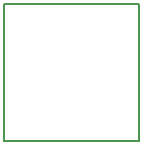
<source format=gm1>
G04 Layer_Color=16711935*
%FSLAX24Y24*%
%MOIN*%
G70*
G01*
G75*
%ADD21C,0.0060*%
D21*
X-2210Y2382D02*
X2292D01*
X-2210Y-2160D02*
Y2382D01*
Y-2160D02*
X2292D01*
Y2382D01*
M02*

</source>
